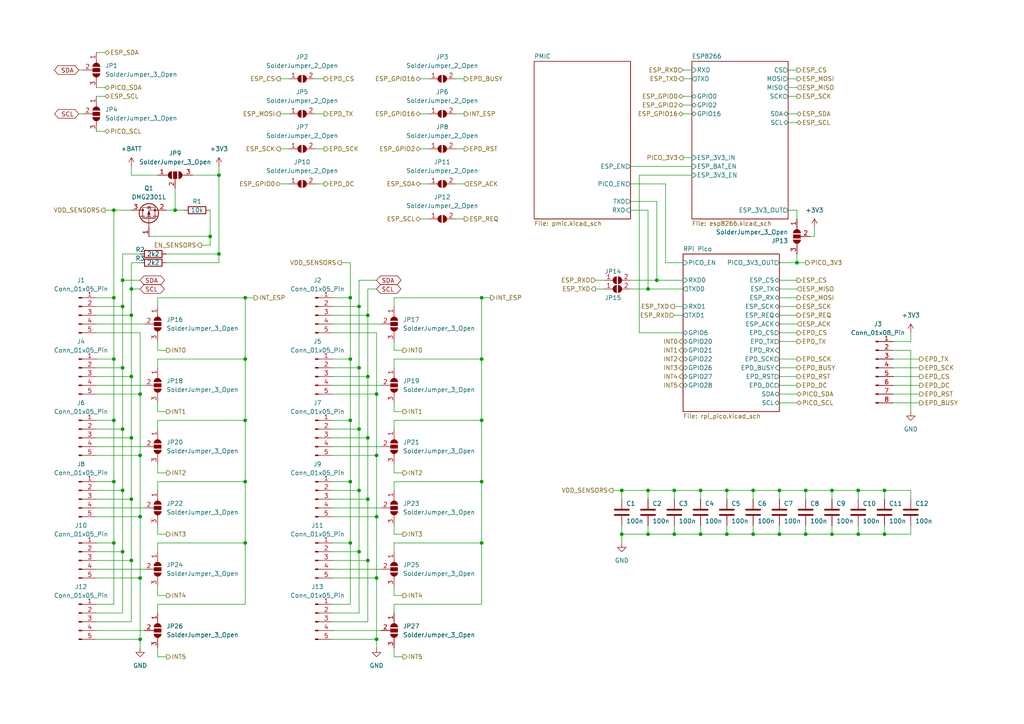
<source format=kicad_sch>
(kicad_sch (version 20230121) (generator eeschema)
  (paper "A4")
  (title_block (title "FTDI debug probe") (date "2023-07-19"))
  (lib_symbols
    (symbol "Connector:Conn_01x05_Pin" (pin_names (offset 1.016) hide)
      (property "Reference" "J" (at 0 7.62 0))
      (property "Value" "Conn_01x05_Pin" (at 0 -7.62 0))
      (symbol "Conn_01x05_Pin_1_1"
        (pin passive line (at 5.08 5.08 180) (length 3.81) (name "Pin_1") (number "1"))
        (pin passive line (at 5.08 2.54 180) (length 3.81) (name "Pin_2") (number "2"))
        (pin passive line (at 5.08 0 180) (length 3.81) (name "Pin_3") (number "3"))
        (pin passive line (at 5.08 -2.54 180) (length 3.81) (name "Pin_4") (number "4"))
        (pin passive line (at 5.08 -5.08 180) (length 3.81) (name "Pin_5") (number "5"))
      )
    )
    (symbol "Connector:Conn_01x08_Pin" (pin_names (offset 1.016) hide)
      (property "Reference" "J" (at 0 10.16 0))
      (property "Value" "Conn_01x08_Pin" (at 0 -12.7 0))
      (symbol "Conn_01x08_Pin_1_1"
        (pin passive line (at 5.08 7.62 180) (length 3.81) (name "Pin_1") (number "1"))
        (pin passive line (at 5.08 5.08 180) (length 3.81) (name "Pin_2") (number "2"))
        (pin passive line (at 5.08 2.54 180) (length 3.81) (name "Pin_3") (number "3"))
        (pin passive line (at 5.08 0 180) (length 3.81) (name "Pin_4") (number "4"))
        (pin passive line (at 5.08 -2.54 180) (length 3.81) (name "Pin_5") (number "5"))
        (pin passive line (at 5.08 -5.08 180) (length 3.81) (name "Pin_6") (number "6"))
        (pin passive line (at 5.08 -7.62 180) (length 3.81) (name "Pin_7") (number "7"))
        (pin passive line (at 5.08 -10.16 180) (length 3.81) (name "Pin_8") (number "8"))
      )
    )
    (symbol "Device:C" (pin_numbers hide) (pin_names (offset 0.254))
      (property "Reference" "C" (at 0.635 2.54 0))
      (property "Value" "C" (at 0.635 -2.54 0))
      (symbol "C_1_1"
        (pin passive line (at 0 3.81 270) (length 2.794) (name "~") (number "1"))
        (pin passive line (at 0 -3.81 90) (length 2.794) (name "~") (number "2"))
      )
    )
    (symbol "Device:R" (pin_numbers hide) (pin_names (offset 0))
      (property "Reference" "R" (at 2.032 0 90))
      (property "Value" "R" (at 0 0 90))
      (symbol "R_1_1"
        (pin passive line (at 0 3.81 270) (length 1.27) (name "~") (number "1"))
        (pin passive line (at 0 -3.81 90) (length 1.27) (name "~") (number "2"))
      )
    )
    (symbol "Jumper:SolderJumper_2_Open" (pin_names (offset 0) hide)
      (property "Reference" "JP" (at 0 2.032 0))
      (property "Value" "SolderJumper_2_Open" (at 0 -2.54 0))
      (symbol "SolderJumper_2_Open_1_1"
        (pin passive line (at -3.81 0 0) (length 2.54) (name "A") (number "1"))
        (pin passive line (at 3.81 0 180) (length 2.54) (name "B") (number "2"))
      )
    )
    (symbol "Jumper:SolderJumper_3_Open" (pin_names (offset 0) hide)
      (property "Reference" "JP" (at -2.54 -2.54 0))
      (property "Value" "SolderJumper_3_Open" (at 0 2.794 0))
      (symbol "SolderJumper_3_Open_1_1"
        (pin passive line (at -5.08 0 0) (length 2.54) (name "A") (number "1"))
        (pin passive line (at 0 -3.81 90) (length 2.54) (name "C") (number "2"))
        (pin passive line (at 5.08 0 180) (length 2.54) (name "B") (number "3"))
      )
    )
    (symbol "Transistor_FET:DMG2301L" (pin_names hide)
      (property "Reference" "Q" (at 5.08 1.905 0))
      (property "Value" "DMG2301L" (at 5.08 0 0))
      (symbol "DMG2301L_1_1"
        (pin input line (at -5.08 0 0) (length 2.54) (name "G") (number "1"))
        (pin passive line (at 2.54 -5.08 90) (length 2.54) (name "S") (number "2"))
        (pin passive line (at 2.54 5.08 270) (length 2.54) (name "D") (number "3"))
      )
    )
    (symbol "power:+3V3" (power) (pin_names (offset 0))
      (property "Value" "+3V3" (at 0 3.556 0))
      (symbol "+3V3_1_1"
        (pin power_in line (at 0 0 90) (length 0) hide (name "+3V3") (number "1"))
      )
    )
    (symbol "power:+BATT" (power) (pin_names (offset 0))
      (property "Value" "+BATT" (at 0 3.556 0))
      (symbol "+BATT_1_1"
        (pin power_in line (at 0 0 90) (length 0) hide (name "+BATT") (number "1"))
      )
    )
    (symbol "power:GND" (power) (pin_names (offset 0))
      (property "Value" "GND" (at 0 -3.81 0))
      (symbol "GND_1_1"
        (pin power_in line (at 0 0 270) (length 0) hide (name "GND") (number "1"))
      )
    )
  )
  (junction (at 218.44 154.94))
  (junction (at 256.54 142.24))
  (junction (at 109.22 149.86))
  (junction (at 63.5 50.8))
  (junction (at 101.6 121.92))
  (junction (at 40.64 132.08))
  (junction (at 210.82 154.94))
  (junction (at 35.56 124.46))
  (junction (at 226.06 154.94))
  (junction (at 190.5 81.28))
  (junction (at 203.2 142.24))
  (junction (at 104.14 106.68))
  (junction (at 71.12 86.36))
  (junction (at 231.14 76.2))
  (junction (at 203.2 154.94))
  (junction (at 109.22 114.3))
  (junction (at 40.64 185.42))
  (junction (at 139.7 157.48))
  (junction (at 106.68 91.44))
  (junction (at 104.14 160.02))
  (junction (at 63.5 73.66))
  (junction (at 71.12 157.48))
  (junction (at 71.12 104.14))
  (junction (at 33.02 60.96))
  (junction (at 106.68 144.78))
  (junction (at 104.14 124.46))
  (junction (at 38.1 127))
  (junction (at 101.6 157.48))
  (junction (at 35.56 160.02))
  (junction (at 71.12 139.7))
  (junction (at 50.8 60.96))
  (junction (at 109.22 167.64))
  (junction (at 187.96 154.94))
  (junction (at 71.12 121.92))
  (junction (at 106.68 162.56))
  (junction (at 187.96 142.24))
  (junction (at 139.7 139.7))
  (junction (at 139.7 104.14))
  (junction (at 35.56 142.24))
  (junction (at 248.92 142.24))
  (junction (at 195.58 142.24))
  (junction (at 104.14 142.24))
  (junction (at 233.68 154.94))
  (junction (at 241.3 142.24))
  (junction (at 33.02 121.92))
  (junction (at 35.56 106.68))
  (junction (at 109.22 185.42))
  (junction (at 101.6 139.7))
  (junction (at 40.64 149.86))
  (junction (at 106.68 109.22))
  (junction (at 38.1 91.44))
  (junction (at 38.1 144.78))
  (junction (at 35.56 88.9))
  (junction (at 40.64 167.64))
  (junction (at 226.06 142.24))
  (junction (at 233.68 142.24))
  (junction (at 180.34 154.94))
  (junction (at 218.44 142.24))
  (junction (at 187.96 83.82))
  (junction (at 139.7 86.36))
  (junction (at 60.96 68.58))
  (junction (at 33.02 86.36))
  (junction (at 38.1 83.82))
  (junction (at 40.64 114.3))
  (junction (at 38.1 109.22))
  (junction (at 256.54 154.94))
  (junction (at 210.82 142.24))
  (junction (at 38.1 162.56))
  (junction (at 101.6 86.36))
  (junction (at 106.68 127))
  (junction (at 109.22 132.08))
  (junction (at 101.6 104.14))
  (junction (at 139.7 121.92))
  (junction (at 35.56 81.28))
  (junction (at 248.92 154.94))
  (junction (at 33.02 157.48))
  (junction (at 33.02 104.14))
  (junction (at 180.34 142.24))
  (junction (at 104.14 88.9))
  (junction (at 195.58 154.94))
  (junction (at 33.02 139.7))
  (junction (at 241.3 154.94))
  (wire (pts (xy 185.42 50.8) (xy 200.66 50.8)))
  (wire (pts (xy 256.54 152.4) (xy 256.54 154.94)))
  (wire (pts (xy 27.94 111.76) (xy 41.91 111.76)))
  (wire (pts (xy 203.2 152.4) (xy 203.2 154.94)))
  (wire (pts (xy 116.84 172.72) (xy 114.3 172.72)))
  (wire (pts (xy 104.14 142.24) (xy 104.14 160.02)))
  (wire (pts (xy 33.02 104.14) (xy 33.02 121.92)))
  (wire (pts (xy 187.96 154.94) (xy 195.58 154.94)))
  (wire (pts (xy 48.26 137.16) (xy 45.72 137.16)))
  (wire (pts (xy 33.02 121.92) (xy 33.02 139.7)))
  (wire (pts (xy 96.52 127) (xy 106.68 127)))
  (wire (pts (xy 48.26 119.38) (xy 45.72 119.38)))
  (wire (pts (xy 259.08 106.68) (xy 266.7 106.68)))
  (wire (pts (xy 27.94 182.88) (xy 41.91 182.88)))
  (wire (pts (xy 259.08 114.3) (xy 266.7 114.3)))
  (wire (pts (xy 132.08 63.5) (xy 134.62 63.5)))
  (wire (pts (xy 193.04 53.34) (xy 193.04 76.2)))
  (wire (pts (xy 264.16 142.24) (xy 264.16 144.78)))
  (wire (pts (xy 45.72 50.8) (xy 38.1 50.8)))
  (wire (pts (xy 182.88 83.82) (xy 187.96 83.82)))
  (wire (pts (xy 114.3 137.16) (xy 114.3 134.62)))
  (wire (pts (xy 203.2 142.24) (xy 203.2 144.78)))
  (wire (pts (xy 35.56 88.9) (xy 35.56 106.68)))
  (wire (pts (xy 96.52 149.86) (xy 109.22 149.86)))
  (wire (pts (xy 104.14 160.02) (xy 104.14 177.8)))
  (wire (pts (xy 226.06 104.14) (xy 231.14 104.14)))
  (wire (pts (xy 104.14 177.8) (xy 96.52 177.8)))
  (wire (pts (xy 218.44 152.4) (xy 218.44 154.94)))
  (wire (pts (xy 27.94 127) (xy 38.1 127)))
  (wire (pts (xy 228.6 33.02) (xy 231.14 33.02)))
  (wire (pts (xy 195.58 154.94) (xy 203.2 154.94)))
  (wire (pts (xy 226.06 93.98) (xy 231.14 93.98)))
  (wire (pts (xy 71.12 157.48) (xy 71.12 139.7)))
  (wire (pts (xy 45.72 190.5) (xy 45.72 187.96)))
  (wire (pts (xy 38.1 50.8) (xy 38.1 48.26)))
  (wire (pts (xy 40.64 185.42) (xy 40.64 187.96)))
  (wire (pts (xy 114.3 160.02) (xy 114.3 157.48)))
  (wire (pts (xy 259.08 109.22) (xy 266.7 109.22)))
  (wire (pts (xy 40.64 81.28) (xy 35.56 81.28)))
  (wire (pts (xy 22.86 20.32) (xy 24.13 20.32)))
  (wire (pts (xy 60.96 71.12) (xy 60.96 68.58)))
  (wire (pts (xy 195.58 88.9) (xy 198.12 88.9)))
  (wire (pts (xy 226.06 111.76) (xy 231.14 111.76)))
  (wire (pts (xy 27.94 93.98) (xy 41.91 93.98)))
  (wire (pts (xy 38.1 109.22) (xy 38.1 91.44)))
  (wire (pts (xy 96.52 114.3) (xy 109.22 114.3)))
  (wire (pts (xy 40.64 73.66) (xy 35.56 73.66)))
  (wire (pts (xy 96.52 162.56) (xy 106.68 162.56)))
  (wire (pts (xy 96.52 124.46) (xy 104.14 124.46)))
  (wire (pts (xy 106.68 162.56) (xy 106.68 144.78)))
  (wire (pts (xy 101.6 157.48) (xy 101.6 175.26)))
  (wire (pts (xy 96.52 121.92) (xy 101.6 121.92)))
  (wire (pts (xy 259.08 104.14) (xy 266.7 104.14)))
  (wire (pts (xy 96.52 139.7) (xy 101.6 139.7)))
  (wire (pts (xy 139.7 86.36) (xy 142.24 86.36)))
  (wire (pts (xy 248.92 152.4) (xy 248.92 154.94)))
  (wire (pts (xy 96.52 147.32) (xy 110.49 147.32)))
  (wire (pts (xy 203.2 154.94) (xy 210.82 154.94)))
  (wire (pts (xy 228.6 20.32) (xy 231.14 20.32)))
  (wire (pts (xy 109.22 81.28) (xy 104.14 81.28)))
  (wire (pts (xy 182.88 48.26) (xy 200.66 48.26)))
  (wire (pts (xy 231.14 73.66) (xy 231.14 76.2)))
  (wire (pts (xy 106.68 127) (xy 106.68 109.22)))
  (wire (pts (xy 190.5 81.28) (xy 198.12 81.28)))
  (wire (pts (xy 210.82 154.94) (xy 218.44 154.94)))
  (wire (pts (xy 121.92 43.18) (xy 124.46 43.18)))
  (wire (pts (xy 45.72 139.7) (xy 71.12 139.7)))
  (wire (pts (xy 198.12 30.48) (xy 200.66 30.48)))
  (wire (pts (xy 104.14 88.9) (xy 104.14 106.68)))
  (wire (pts (xy 182.88 58.42) (xy 190.5 58.42)))
  (wire (pts (xy 33.02 139.7) (xy 33.02 157.48)))
  (wire (pts (xy 27.94 109.22) (xy 38.1 109.22)))
  (wire (pts (xy 109.22 114.3) (xy 109.22 132.08)))
  (wire (pts (xy 256.54 154.94) (xy 264.16 154.94)))
  (wire (pts (xy 91.44 53.34) (xy 93.98 53.34)))
  (wire (pts (xy 99.06 76.2) (xy 101.6 76.2)))
  (wire (pts (xy 96.52 180.34) (xy 106.68 180.34)))
  (wire (pts (xy 248.92 154.94) (xy 256.54 154.94)))
  (wire (pts (xy 114.3 104.14) (xy 139.7 104.14)))
  (wire (pts (xy 248.92 142.24) (xy 256.54 142.24)))
  (wire (pts (xy 38.1 162.56) (xy 38.1 144.78)))
  (wire (pts (xy 116.84 154.94) (xy 114.3 154.94)))
  (wire (pts (xy 45.72 172.72) (xy 45.72 170.18)))
  (wire (pts (xy 30.48 60.96) (xy 33.02 60.96)))
  (wire (pts (xy 172.72 81.28) (xy 175.26 81.28)))
  (wire (pts (xy 226.06 76.2) (xy 231.14 76.2)))
  (wire (pts (xy 27.94 149.86) (xy 40.64 149.86)))
  (wire (pts (xy 203.2 142.24) (xy 210.82 142.24)))
  (wire (pts (xy 139.7 86.36) (xy 114.3 86.36)))
  (wire (pts (xy 114.3 119.38) (xy 114.3 116.84)))
  (wire (pts (xy 106.68 83.82) (xy 106.68 91.44)))
  (wire (pts (xy 104.14 81.28) (xy 104.14 88.9)))
  (wire (pts (xy 27.94 124.46) (xy 35.56 124.46)))
  (wire (pts (xy 139.7 139.7) (xy 139.7 121.92)))
  (wire (pts (xy 187.96 83.82) (xy 198.12 83.82)))
  (wire (pts (xy 226.06 96.52) (xy 231.14 96.52)))
  (wire (pts (xy 27.94 157.48) (xy 33.02 157.48)))
  (wire (pts (xy 116.84 137.16) (xy 114.3 137.16)))
  (wire (pts (xy 180.34 154.94) (xy 180.34 157.48)))
  (wire (pts (xy 114.3 86.36) (xy 114.3 88.9)))
  (wire (pts (xy 101.6 139.7) (xy 101.6 157.48)))
  (wire (pts (xy 121.92 63.5) (xy 124.46 63.5)))
  (wire (pts (xy 132.08 22.86) (xy 134.62 22.86)))
  (wire (pts (xy 93.98 33.02) (xy 91.44 33.02)))
  (wire (pts (xy 132.08 53.34) (xy 134.62 53.34)))
  (wire (pts (xy 114.3 139.7) (xy 139.7 139.7)))
  (wire (pts (xy 198.12 27.94) (xy 200.66 27.94)))
  (wire (pts (xy 226.06 91.44) (xy 231.14 91.44)))
  (wire (pts (xy 96.52 93.98) (xy 110.49 93.98)))
  (wire (pts (xy 27.94 144.78) (xy 38.1 144.78)))
  (wire (pts (xy 71.12 86.36) (xy 45.72 86.36)))
  (wire (pts (xy 48.26 154.94) (xy 45.72 154.94)))
  (wire (pts (xy 38.1 144.78) (xy 38.1 127)))
  (wire (pts (xy 182.88 53.34) (xy 193.04 53.34)))
  (wire (pts (xy 177.8 142.24) (xy 180.34 142.24)))
  (wire (pts (xy 182.88 60.96) (xy 187.96 60.96)))
  (wire (pts (xy 109.22 96.52) (xy 109.22 114.3)))
  (wire (pts (xy 226.06 86.36) (xy 231.14 86.36)))
  (wire (pts (xy 185.42 96.52) (xy 185.42 50.8)))
  (wire (pts (xy 27.94 104.14) (xy 33.02 104.14)))
  (wire (pts (xy 38.1 127) (xy 38.1 109.22)))
  (wire (pts (xy 187.96 60.96) (xy 187.96 83.82)))
  (wire (pts (xy 116.84 119.38) (xy 114.3 119.38)))
  (wire (pts (xy 114.3 157.48) (xy 139.7 157.48)))
  (wire (pts (xy 187.96 142.24) (xy 187.96 144.78)))
  (wire (pts (xy 71.12 121.92) (xy 71.12 104.14)))
  (wire (pts (xy 182.88 81.28) (xy 190.5 81.28)))
  (wire (pts (xy 96.52 111.76) (xy 110.49 111.76)))
  (wire (pts (xy 241.3 154.94) (xy 248.92 154.94)))
  (wire (pts (xy 231.14 63.5) (xy 231.14 60.96)))
  (wire (pts (xy 35.56 81.28) (xy 35.56 88.9)))
  (wire (pts (xy 264.16 152.4) (xy 264.16 154.94)))
  (wire (pts (xy 45.72 119.38) (xy 45.72 116.84)))
  (wire (pts (xy 218.44 142.24) (xy 226.06 142.24)))
  (wire (pts (xy 96.52 129.54) (xy 110.49 129.54)))
  (wire (pts (xy 228.6 25.4) (xy 231.14 25.4)))
  (wire (pts (xy 40.64 96.52) (xy 40.64 114.3)))
  (wire (pts (xy 236.22 66.04) (xy 236.22 68.58)))
  (wire (pts (xy 71.12 86.36) (xy 73.66 86.36)))
  (wire (pts (xy 109.22 167.64) (xy 109.22 185.42)))
  (wire (pts (xy 96.52 160.02) (xy 104.14 160.02)))
  (wire (pts (xy 35.56 73.66) (xy 35.56 81.28)))
  (wire (pts (xy 38.1 76.2) (xy 38.1 83.82)))
  (wire (pts (xy 96.52 104.14) (xy 101.6 104.14)))
  (wire (pts (xy 231.14 76.2) (xy 233.68 76.2)))
  (wire (pts (xy 63.5 73.66) (xy 63.5 50.8)))
  (wire (pts (xy 27.94 139.7) (xy 33.02 139.7)))
  (wire (pts (xy 101.6 76.2) (xy 101.6 86.36)))
  (wire (pts (xy 121.92 22.86) (xy 124.46 22.86)))
  (wire (pts (xy 81.28 22.86) (xy 83.82 22.86)))
  (wire (pts (xy 241.3 142.24) (xy 248.92 142.24)))
  (wire (pts (xy 104.14 106.68) (xy 104.14 124.46)))
  (wire (pts (xy 40.64 185.42) (xy 27.94 185.42)))
  (wire (pts (xy 33.02 60.96) (xy 33.02 86.36)))
  (wire (pts (xy 38.1 180.34) (xy 38.1 162.56)))
  (wire (pts (xy 35.56 177.8) (xy 27.94 177.8)))
  (wire (pts (xy 35.56 142.24) (xy 35.56 160.02)))
  (wire (pts (xy 96.52 165.1) (xy 110.49 165.1)))
  (wire (pts (xy 195.58 152.4) (xy 195.58 154.94)))
  (wire (pts (xy 180.34 142.24) (xy 180.34 144.78)))
  (wire (pts (xy 45.72 121.92) (xy 71.12 121.92)))
  (wire (pts (xy 48.26 73.66) (xy 63.5 73.66)))
  (wire (pts (xy 45.72 86.36) (xy 45.72 88.9)))
  (wire (pts (xy 43.18 68.58) (xy 60.96 68.58)))
  (wire (pts (xy 101.6 104.14) (xy 101.6 121.92)))
  (wire (pts (xy 48.26 190.5) (xy 45.72 190.5)))
  (wire (pts (xy 71.12 104.14) (xy 71.12 86.36)))
  (wire (pts (xy 109.22 185.42) (xy 96.52 185.42)))
  (wire (pts (xy 45.72 154.94) (xy 45.72 152.4)))
  (wire (pts (xy 114.3 154.94) (xy 114.3 152.4)))
  (wire (pts (xy 226.06 142.24) (xy 233.68 142.24)))
  (wire (pts (xy 121.92 33.02) (xy 124.46 33.02)))
  (wire (pts (xy 264.16 101.6) (xy 259.08 101.6)))
  (wire (pts (xy 81.28 43.18) (xy 83.82 43.18)))
  (wire (pts (xy 38.1 83.82) (xy 38.1 91.44)))
  (wire (pts (xy 93.98 22.86) (xy 91.44 22.86)))
  (wire (pts (xy 226.06 83.82) (xy 231.14 83.82)))
  (wire (pts (xy 55.88 50.8) (xy 63.5 50.8)))
  (wire (pts (xy 35.56 160.02) (xy 35.56 177.8)))
  (wire (pts (xy 226.06 88.9) (xy 231.14 88.9)))
  (wire (pts (xy 40.64 132.08) (xy 40.64 149.86)))
  (wire (pts (xy 27.94 106.68) (xy 35.56 106.68)))
  (wire (pts (xy 109.22 132.08) (xy 109.22 149.86)))
  (wire (pts (xy 27.94 132.08) (xy 40.64 132.08)))
  (wire (pts (xy 172.72 83.82) (xy 175.26 83.82)))
  (wire (pts (xy 114.3 124.46) (xy 114.3 121.92)))
  (wire (pts (xy 45.72 175.26) (xy 71.12 175.26)))
  (wire (pts (xy 210.82 142.24) (xy 210.82 144.78)))
  (wire (pts (xy 27.94 86.36) (xy 33.02 86.36)))
  (wire (pts (xy 195.58 142.24) (xy 203.2 142.24)))
  (wire (pts (xy 48.26 101.6) (xy 45.72 101.6)))
  (wire (pts (xy 180.34 142.24) (xy 187.96 142.24)))
  (wire (pts (xy 96.52 86.36) (xy 101.6 86.36)))
  (wire (pts (xy 45.72 124.46) (xy 45.72 121.92)))
  (wire (pts (xy 231.14 60.96) (xy 228.6 60.96)))
  (wire (pts (xy 27.94 121.92) (xy 33.02 121.92)))
  (wire (pts (xy 45.72 142.24) (xy 45.72 139.7)))
  (wire (pts (xy 226.06 114.3) (xy 231.14 114.3)))
  (wire (pts (xy 195.58 142.24) (xy 195.58 144.78)))
  (wire (pts (xy 139.7 104.14) (xy 139.7 86.36)))
  (wire (pts (xy 96.52 96.52) (xy 109.22 96.52)))
  (wire (pts (xy 114.3 175.26) (xy 139.7 175.26)))
  (wire (pts (xy 27.94 15.24) (xy 30.48 15.24)))
  (wire (pts (xy 210.82 142.24) (xy 218.44 142.24)))
  (wire (pts (xy 48.26 76.2) (xy 63.5 76.2)))
  (wire (pts (xy 71.12 139.7) (xy 71.12 121.92)))
  (wire (pts (xy 259.08 111.76) (xy 266.7 111.76)))
  (wire (pts (xy 40.64 167.64) (xy 40.64 185.42)))
  (wire (pts (xy 81.28 53.34) (xy 83.82 53.34)))
  (wire (pts (xy 114.3 142.24) (xy 114.3 139.7)))
  (wire (pts (xy 114.3 190.5) (xy 114.3 187.96)))
  (wire (pts (xy 106.68 180.34) (xy 106.68 162.56)))
  (wire (pts (xy 27.94 180.34) (xy 38.1 180.34)))
  (wire (pts (xy 198.12 45.72) (xy 200.66 45.72)))
  (wire (pts (xy 96.52 88.9) (xy 104.14 88.9)))
  (wire (pts (xy 233.68 142.24) (xy 241.3 142.24)))
  (wire (pts (xy 45.72 137.16) (xy 45.72 134.62)))
  (wire (pts (xy 114.3 101.6) (xy 114.3 99.06)))
  (wire (pts (xy 27.94 27.94) (xy 30.48 27.94)))
  (wire (pts (xy 63.5 76.2) (xy 63.5 73.66)))
  (wire (pts (xy 96.52 157.48) (xy 101.6 157.48)))
  (wire (pts (xy 195.58 91.44) (xy 198.12 91.44)))
  (wire (pts (xy 27.94 162.56) (xy 38.1 162.56)))
  (wire (pts (xy 226.06 99.06) (xy 231.14 99.06)))
  (wire (pts (xy 116.84 101.6) (xy 114.3 101.6)))
  (wire (pts (xy 50.8 60.96) (xy 53.34 60.96)))
  (wire (pts (xy 33.02 86.36) (xy 33.02 104.14)))
  (wire (pts (xy 96.52 132.08) (xy 109.22 132.08)))
  (wire (pts (xy 96.52 182.88) (xy 110.49 182.88)))
  (wire (pts (xy 114.3 177.8) (xy 114.3 175.26)))
  (wire (pts (xy 63.5 50.8) (xy 63.5 48.26)))
  (wire (pts (xy 35.56 124.46) (xy 35.56 142.24)))
  (wire (pts (xy 109.22 149.86) (xy 109.22 167.64)))
  (wire (pts (xy 218.44 142.24) (xy 218.44 144.78)))
  (wire (pts (xy 121.92 53.34) (xy 124.46 53.34)))
  (wire (pts (xy 27.94 142.24) (xy 35.56 142.24)))
  (wire (pts (xy 96.52 109.22) (xy 106.68 109.22)))
  (wire (pts (xy 180.34 152.4) (xy 180.34 154.94)))
  (wire (pts (xy 27.94 129.54) (xy 41.91 129.54)))
  (wire (pts (xy 259.08 116.84) (xy 266.7 116.84)))
  (wire (pts (xy 50.8 60.96) (xy 48.26 60.96)))
  (wire (pts (xy 114.3 172.72) (xy 114.3 170.18)))
  (wire (pts (xy 96.52 144.78) (xy 106.68 144.78)))
  (wire (pts (xy 218.44 154.94) (xy 226.06 154.94)))
  (wire (pts (xy 241.3 142.24) (xy 241.3 144.78)))
  (wire (pts (xy 71.12 175.26) (xy 71.12 157.48)))
  (wire (pts (xy 180.34 154.94) (xy 187.96 154.94)))
  (wire (pts (xy 27.94 167.64) (xy 40.64 167.64)))
  (wire (pts (xy 264.16 99.06) (xy 259.08 99.06)))
  (wire (pts (xy 96.52 167.64) (xy 109.22 167.64)))
  (wire (pts (xy 114.3 121.92) (xy 139.7 121.92)))
  (wire (pts (xy 139.7 175.26) (xy 139.7 157.48)))
  (wire (pts (xy 198.12 22.86) (xy 200.66 22.86)))
  (wire (pts (xy 241.3 152.4) (xy 241.3 154.94)))
  (wire (pts (xy 33.02 157.48) (xy 33.02 175.26)))
  (wire (pts (xy 40.64 149.86) (xy 40.64 167.64)))
  (wire (pts (xy 226.06 109.22) (xy 231.14 109.22)))
  (wire (pts (xy 45.72 104.14) (xy 71.12 104.14)))
  (wire (pts (xy 139.7 157.48) (xy 139.7 139.7)))
  (wire (pts (xy 96.52 106.68) (xy 104.14 106.68)))
  (wire (pts (xy 187.96 142.24) (xy 195.58 142.24)))
  (wire (pts (xy 226.06 154.94) (xy 233.68 154.94)))
  (wire (pts (xy 116.84 190.5) (xy 114.3 190.5)))
  (wire (pts (xy 193.04 76.2) (xy 198.12 76.2)))
  (wire (pts (xy 104.14 124.46) (xy 104.14 142.24)))
  (wire (pts (xy 139.7 121.92) (xy 139.7 104.14)))
  (wire (pts (xy 256.54 142.24) (xy 264.16 142.24)))
  (wire (pts (xy 35.56 106.68) (xy 35.56 124.46)))
  (wire (pts (xy 33.02 60.96) (xy 38.1 60.96)))
  (wire (pts (xy 226.06 81.28) (xy 231.14 81.28)))
  (wire (pts (xy 27.94 165.1) (xy 41.91 165.1)))
  (wire (pts (xy 45.72 177.8) (xy 45.72 175.26)))
  (wire (pts (xy 27.94 38.1) (xy 30.48 38.1)))
  (wire (pts (xy 226.06 142.24) (xy 226.06 144.78)))
  (wire (pts (xy 96.52 142.24) (xy 104.14 142.24)))
  (wire (pts (xy 45.72 101.6) (xy 45.72 99.06)))
  (wire (pts (xy 228.6 27.94) (xy 231.14 27.94)))
  (wire (pts (xy 60.96 60.96) (xy 60.96 68.58)))
  (wire (pts (xy 106.68 144.78) (xy 106.68 127)))
  (wire (pts (xy 101.6 121.92) (xy 101.6 139.7)))
  (wire (pts (xy 33.02 175.26) (xy 27.94 175.26)))
  (wire (pts (xy 91.44 43.18) (xy 93.98 43.18)))
  (wire (pts (xy 132.08 33.02) (xy 134.62 33.02)))
  (wire (pts (xy 256.54 142.24) (xy 256.54 144.78)))
  (wire (pts (xy 233.68 142.24) (xy 233.68 144.78)))
  (wire (pts (xy 27.94 96.52) (xy 40.64 96.52)))
  (wire (pts (xy 27.94 25.4) (xy 30.48 25.4)))
  (wire (pts (xy 226.06 152.4) (xy 226.06 154.94)))
  (wire (pts (xy 248.92 142.24) (xy 248.92 144.78)))
  (wire (pts (xy 45.72 160.02) (xy 45.72 157.48)))
  (wire (pts (xy 40.64 76.2) (xy 38.1 76.2)))
  (wire (pts (xy 114.3 106.68) (xy 114.3 104.14)))
  (wire (pts (xy 81.28 33.02) (xy 83.82 33.02)))
  (wire (pts (xy 132.08 43.18) (xy 134.62 43.18)))
  (wire (pts (xy 233.68 154.94) (xy 241.3 154.94)))
  (wire (pts (xy 198.12 33.02) (xy 200.66 33.02)))
  (wire (pts (xy 45.72 106.68) (xy 45.72 104.14)))
  (wire (pts (xy 22.86 33.02) (xy 24.13 33.02)))
  (wire (pts (xy 48.26 172.72) (xy 45.72 172.72)))
  (wire (pts (xy 228.6 22.86) (xy 231.14 22.86)))
  (wire (pts (xy 109.22 83.82) (xy 106.68 83.82)))
  (wire (pts (xy 38.1 91.44) (xy 27.94 91.44)))
  (wire (pts (xy 101.6 86.36) (xy 101.6 104.14)))
  (wire (pts (xy 210.82 152.4) (xy 210.82 154.94)))
  (wire (pts (xy 27.94 114.3) (xy 40.64 114.3)))
  (wire (pts (xy 27.94 88.9) (xy 35.56 88.9)))
  (wire (pts (xy 198.12 96.52) (xy 185.42 96.52)))
  (wire (pts (xy 27.94 160.02) (xy 35.56 160.02)))
  (wire (pts (xy 101.6 175.26) (xy 96.52 175.26)))
  (wire (pts (xy 27.94 147.32) (xy 41.91 147.32)))
  (wire (pts (xy 50.8 54.61) (xy 50.8 60.96)))
  (wire (pts (xy 226.06 106.68) (xy 231.14 106.68)))
  (wire (pts (xy 190.5 58.42) (xy 190.5 81.28)))
  (wire (pts (xy 198.12 20.32) (xy 200.66 20.32)))
  (wire (pts (xy 226.06 116.84) (xy 231.14 116.84)))
  (wire (pts (xy 233.68 152.4) (xy 233.68 154.94)))
  (wire (pts (xy 106.68 109.22) (xy 106.68 91.44)))
  (wire (pts (xy 58.42 71.12) (xy 60.96 71.12)))
  (wire (pts (xy 264.16 96.52) (xy 264.16 99.06)))
  (wire (pts (xy 106.68 91.44) (xy 96.52 91.44)))
  (wire (pts (xy 228.6 35.56) (xy 231.14 35.56)))
  (wire (pts (xy 40.64 114.3) (xy 40.64 132.08)))
  (wire (pts (xy 187.96 152.4) (xy 187.96 154.94)))
  (wire (pts (xy 45.72 157.48) (xy 71.12 157.48)))
  (wire (pts (xy 236.22 68.58) (xy 234.95 68.58)))
  (wire (pts (xy 264.16 119.38) (xy 264.16 101.6)))
  (wire (pts (xy 109.22 185.42) (xy 109.22 187.96)))
  (wire (pts (xy 40.64 83.82) (xy 38.1 83.82)))
  (global_label "SCL" (shape tri_state) (at 22.86 33.02 180) (property "Intersheetrefs" "${INTERSHEET_REFS}" (effects hide)))
  (global_label "SDA" (shape tri_state) (at 22.86 20.32 180) (property "Intersheetrefs" "${INTERSHEET_REFS}" (effects hide)))
  (global_label "SDA" (shape tri_state) (at 40.64 81.28 0) (property "Intersheetrefs" "${INTERSHEET_REFS}" (effects hide)))
  (global_label "SCL" (shape tri_state) (at 109.22 83.82 0) (property "Intersheetrefs" "${INTERSHEET_REFS}" (effects hide)))
  (global_label "SCL" (shape tri_state) (at 40.64 83.82 0) (property "Intersheetrefs" "${INTERSHEET_REFS}" (effects hide)))
  (global_label "SDA" (shape tri_state) (at 109.22 81.28 0) (property "Intersheetrefs" "${INTERSHEET_REFS}" (effects hide)))
  (hierarchical_label "EPD_BUSY" (shape output) (at 266.7 116.84 0))
  (hierarchical_label "EPD_DC" (shape output) (at 93.98 53.34 0))
  (hierarchical_label "PICO_SDA" (shape bidirectional) (at 30.48 25.4 0))
  (hierarchical_label "EN_SENSORS" (shape output) (at 58.42 71.12 180))
  (hierarchical_label "ESP_SCK" (shape output) (at 231.14 27.94 0))
  (hierarchical_label "EPD_RST" (shape output) (at 134.62 43.18 0))
  (hierarchical_label "EPD_RST" (shape output) (at 231.14 109.22 0))
  (hierarchical_label "INT4" (shape output) (at 48.26 172.72 0))
  (hierarchical_label "ESP_RXD" (shape input) (at 195.58 91.44 180))
  (hierarchical_label "ESP_MOSI" (shape output) (at 231.14 86.36 0))
  (hierarchical_label "ESP_GPIO2" (shape bidirectional) (at 121.92 43.18 180))
  (hierarchical_label "ESP_SCL" (shape bidirectional) (at 30.48 27.94 0))
  (hierarchical_label "INT_ESP" (shape output) (at 134.62 33.02 0))
  (hierarchical_label "ESP_SCK" (shape output) (at 81.28 43.18 180))
  (hierarchical_label "ESP_TXD" (shape output) (at 198.12 22.86 180))
  (hierarchical_label "INT5" (shape output) (at 48.26 190.5 0))
  (hierarchical_label "VDD_SENSORS" (shape output) (at 177.8 142.24 180))
  (hierarchical_label "PICO_3V3" (shape output) (at 198.12 45.72 180))
  (hierarchical_label "ESP_SCL" (shape bidirectional) (at 121.92 63.5 180))
  (hierarchical_label "INT2" (shape output) (at 198.12 104.14 180))
  (hierarchical_label "ESP_RXD" (shape input) (at 198.12 20.32 180))
  (hierarchical_label "PICO_3V3" (shape output) (at 233.68 76.2 0))
  (hierarchical_label "INT3" (shape output) (at 48.26 154.94 0))
  (hierarchical_label "INT3" (shape output) (at 116.84 154.94 0))
  (hierarchical_label "PICO_SCL" (shape bidirectional) (at 30.48 38.1 0))
  (hierarchical_label "INT1" (shape output) (at 48.26 119.38 0))
  (hierarchical_label "INT2" (shape output) (at 48.26 137.16 0))
  (hierarchical_label "EPD_BUSY" (shape output) (at 231.14 106.68 0))
  (hierarchical_label "PICO_SCL" (shape bidirectional) (at 231.14 116.84 0))
  (hierarchical_label "EPD_TX" (shape output) (at 266.7 104.14 0))
  (hierarchical_label "EPD_SCK" (shape output) (at 231.14 104.14 0))
  (hierarchical_label "INT0" (shape output) (at 48.26 101.6 0))
  (hierarchical_label "EPD_DC" (shape output) (at 231.14 111.76 0))
  (hierarchical_label "VDD_SENSORS" (shape output) (at 99.06 76.2 180))
  (hierarchical_label "ESP_MISO" (shape input) (at 231.14 25.4 0))
  (hierarchical_label "EPD_TX" (shape output) (at 231.14 99.06 0))
  (hierarchical_label "INT3" (shape output) (at 198.12 106.68 180))
  (hierarchical_label "PICO_SDA" (shape bidirectional) (at 231.14 114.3 0))
  (hierarchical_label "INT4" (shape output) (at 198.12 109.22 180))
  (hierarchical_label "ESP_SCK" (shape output) (at 231.14 88.9 0))
  (hierarchical_label "ESP_GPIO0" (shape bidirectional) (at 81.28 53.34 180))
  (hierarchical_label "EPD_TX" (shape output) (at 93.98 33.02 0))
  (hierarchical_label "EPD_SCK" (shape output) (at 266.7 106.68 0))
  (hierarchical_label "ESP_GPIO16" (shape bidirectional) (at 121.92 33.02 180))
  (hierarchical_label "ESP_MISO" (shape input) (at 231.14 83.82 0))
  (hierarchical_label "INT5" (shape output) (at 198.12 111.76 180))
  (hierarchical_label "EPD_SCK" (shape output) (at 93.98 43.18 0))
  (hierarchical_label "EPD_DC" (shape output) (at 266.7 111.76 0))
  (hierarchical_label "ESP_GPIO2" (shape bidirectional) (at 198.12 30.48 180))
  (hierarchical_label "ESP_SDA" (shape bidirectional) (at 30.48 15.24 0))
  (hierarchical_label "ESP_REQ" (shape output) (at 231.14 91.44 0))
  (hierarchical_label "INT_ESP" (shape output) (at 73.66 86.36 0))
  (hierarchical_label "EPD_RST" (shape output) (at 266.7 114.3 0))
  (hierarchical_label "INT2" (shape output) (at 116.84 137.16 0))
  (hierarchical_label "INT4" (shape output) (at 116.84 172.72 0))
  (hierarchical_label "EPD_CS" (shape output) (at 231.14 96.52 0))
  (hierarchical_label "EPD_CS" (shape output) (at 93.98 22.86 0))
  (hierarchical_label "ESP_SDA" (shape bidirectional) (at 121.92 53.34 180))
  (hierarchical_label "ESP_CS" (shape output) (at 81.28 22.86 180))
  (hierarchical_label "ESP_SCL" (shape bidirectional) (at 231.14 35.56 0))
  (hierarchical_label "INT0" (shape output) (at 198.12 99.06 180))
  (hierarchical_label "ESP_GPIO16" (shape bidirectional) (at 198.12 33.02 180))
  (hierarchical_label "ESP_CS" (shape output) (at 231.14 81.28 0))
  (hierarchical_label "VDD_SENSORS" (shape output) (at 30.48 60.96 180))
  (hierarchical_label "ESP_GPIO16" (shape bidirectional) (at 121.92 22.86 180))
  (hierarchical_label "EPD_BUSY" (shape output) (at 134.62 22.86 0))
  (hierarchical_label "ESP_REQ" (shape output) (at 134.62 63.5 0))
  (hierarchical_label "ESP_GPIO0" (shape bidirectional) (at 198.12 27.94 180))
  (hierarchical_label "INT1" (shape output) (at 116.84 119.38 0))
  (hierarchical_label "EPD_CS" (shape output) (at 266.7 109.22 0))
  (hierarchical_label "ESP_TXD" (shape output) (at 172.72 83.82 180))
  (hierarchical_label "ESP_ACK" (shape input) (at 134.62 53.34 0))
  (hierarchical_label "ESP_TXD" (shape output) (at 195.58 88.9 180))
  (hierarchical_label "INT_ESP" (shape output) (at 142.24 86.36 0))
  (hierarchical_label "ESP_MOSI" (shape output) (at 81.28 33.02 180))
  (hierarchical_label "ESP_SDA" (shape bidirectional) (at 231.14 33.02 0))
  (hierarchical_label "ESP_RXD" (shape input) (at 172.72 81.28 180))
  (hierarchical_label "INT0" (shape output) (at 116.84 101.6 0))
  (hierarchical_label "ESP_MOSI" (shape output) (at 231.14 22.86 0))
  (hierarchical_label "INT5" (shape output) (at 116.84 190.5 0))
  (hierarchical_label "ESP_CS" (shape output) (at 231.14 20.32 0))
  (hierarchical_label "INT1" (shape output) (at 198.12 101.6 180))
  (hierarchical_label "ESP_ACK" (shape input) (at 231.14 93.98 0))
  (symbol (lib_id "Jumper:SolderJumper_3_Open") (at 27.94 20.32 270) (unit 1)
    (property "Reference" "JP1" (at 30.48 19.05 90) (effects (justify left)))
    (property "Value" "SolderJumper_3_Open" (at 30.48 21.59 90) (effects (justify left)))
    (property "Footprint" "Jumper:SolderJumper-3_P1.3mm_Open_RoundedPad1.0x1.5mm" (effects hide))
  )
  (symbol (lib_id "power:+3V3") (at 264.16 96.52 0) (unit 1)
    (property "Reference" "#PWR04" (effects hide))
    (property "Value" "+3V3" (at 264.16 91.44 0))
  )
  (symbol (lib_id "power:GND") (at 109.22 187.96 0) (unit 1)
    (property "Reference" "#PWR08" (effects hide))
    (property "Value" "GND" (at 109.22 193.04 0))
  )
  (symbol (lib_id "Device:C") (at 256.54 148.59 0) (unit 1)
    (property "Reference" "C11" (at 257.81 146.05 0) (effects (justify left)))
    (property "Value" "100n" (at 257.81 151.13 0) (effects (justify left)))
    (property "Footprint" "Capacitor_SMD:C_0402_1005Metric_Pad0.74x0.62mm_HandSolder" (effects hide))
  )
  (symbol (lib_id "Jumper:SolderJumper_2_Open") (at 128.27 63.5 0) (unit 1)
    (property "Reference" "JP12" (at 128.27 57.15 0))
    (property "Value" "SolderJumper_2_Open" (at 128.27 59.69 0))
    (property "Footprint" "Jumper:SolderJumper-2_P1.3mm_Open_RoundedPad1.0x1.5mm" (effects hide))
  )
  (symbol (lib_id "Device:C") (at 264.16 148.59 0) (unit 1)
    (property "Reference" "C12" (at 265.43 146.05 0) (effects (justify left)))
    (property "Value" "100n" (at 265.43 151.13 0) (effects (justify left)))
    (property "Footprint" "Capacitor_SMD:C_0402_1005Metric_Pad0.74x0.62mm_HandSolder" (effects hide))
  )
  (symbol (lib_id "Connector:Conn_01x05_Pin") (at 22.86 162.56 0) (unit 1)
    (property "Reference" "J10" (at 23.495 152.4 0))
    (property "Value" "Conn_01x05_Pin" (at 23.495 154.94 0))
    (property "Footprint" "Connector_PinHeader_2.54mm:PinHeader_1x05_P2.54mm_Vertical" (effects hide))
  )
  (symbol (lib_id "Connector:Conn_01x05_Pin") (at 91.44 162.56 0) (unit 1)
    (property "Reference" "J11" (at 92.075 152.4 0))
    (property "Value" "Conn_01x05_Pin" (at 92.075 154.94 0))
    (property "Footprint" "Connector_PinHeader_2.54mm:PinHeader_1x05_P2.54mm_Vertical" (effects hide))
  )
  (symbol (lib_id "Device:C") (at 180.34 148.59 0) (unit 1)
    (property "Reference" "C1" (at 181.61 146.05 0) (effects (justify left)))
    (property "Value" "100n" (at 181.61 151.13 0) (effects (justify left)))
    (property "Footprint" "Capacitor_SMD:C_0402_1005Metric_Pad0.74x0.62mm_HandSolder" (effects hide))
  )
  (symbol (lib_id "Device:R") (at 44.45 76.2 90) (unit 1)
    (property "Reference" "R3" (at 40.64 74.93 90))
    (property "Value" "2k2" (at 44.45 76.2 90))
    (property "Footprint" "Resistor_SMD:R_0402_1005Metric_Pad0.72x0.64mm_HandSolder" (effects hide))
  )
  (symbol (lib_id "power:+3V3") (at 236.22 66.04 0) (unit 1)
    (property "Reference" "#PWR03" (effects hide))
    (property "Value" "+3V3" (at 236.22 60.96 0))
  )
  (symbol (lib_id "power:GND") (at 264.16 119.38 0) (unit 1)
    (property "Reference" "#PWR05" (effects hide))
    (property "Value" "GND" (at 264.16 124.46 0))
  )
  (symbol (lib_id "Jumper:SolderJumper_3_Open") (at 114.3 129.54 270) (unit 1)
    (property "Reference" "JP21" (at 116.84 128.27 90) (effects (justify left)))
    (property "Value" "SolderJumper_3_Open" (at 116.84 130.81 90) (effects (justify left)))
    (property "Footprint" "Jumper:SolderJumper-3_P1.3mm_Open_RoundedPad1.0x1.5mm" (effects hide))
  )
  (symbol (lib_id "Jumper:SolderJumper_3_Open") (at 45.72 129.54 270) (unit 1)
    (property "Reference" "JP20" (at 48.26 128.27 90) (effects (justify left)))
    (property "Value" "SolderJumper_3_Open" (at 48.26 130.81 90) (effects (justify left)))
    (property "Footprint" "Jumper:SolderJumper-3_P1.3mm_Open_RoundedPad1.0x1.5mm" (effects hide))
  )
  (symbol (lib_id "Device:C") (at 248.92 148.59 0) (unit 1)
    (property "Reference" "C10" (at 250.19 146.05 0) (effects (justify left)))
    (property "Value" "100n" (at 250.19 151.13 0) (effects (justify left)))
    (property "Footprint" "Capacitor_SMD:C_0402_1005Metric_Pad0.74x0.62mm_HandSolder" (effects hide))
  )
  (symbol (lib_id "Jumper:SolderJumper_2_Open") (at 87.63 43.18 0) (unit 1)
    (property "Reference" "JP7" (at 87.63 36.83 0))
    (property "Value" "SolderJumper_2_Open" (at 87.63 39.37 0))
    (property "Footprint" "Jumper:SolderJumper-2_P1.3mm_Open_RoundedPad1.0x1.5mm" (effects hide))
  )
  (symbol (lib_id "Jumper:SolderJumper_2_Open") (at 128.27 33.02 0) (unit 1)
    (property "Reference" "JP6" (at 128.27 26.67 0))
    (property "Value" "SolderJumper_2_Open" (at 128.27 29.21 0))
    (property "Footprint" "Jumper:SolderJumper-2_P1.3mm_Open_RoundedPad1.0x1.5mm" (effects hide))
  )
  (symbol (lib_id "Jumper:SolderJumper_3_Open") (at 114.3 147.32 270) (unit 1)
    (property "Reference" "JP23" (at 116.84 146.05 90) (effects (justify left)))
    (property "Value" "SolderJumper_3_Open" (at 116.84 148.59 90) (effects (justify left)))
    (property "Footprint" "Jumper:SolderJumper-3_P1.3mm_Open_RoundedPad1.0x1.5mm" (effects hide))
  )
  (symbol (lib_id "Connector:Conn_01x05_Pin") (at 91.44 127 0) (unit 1)
    (property "Reference" "J7" (at 92.075 116.84 0))
    (property "Value" "Conn_01x05_Pin" (at 92.075 119.38 0))
    (property "Footprint" "Connector_PinHeader_2.54mm:PinHeader_1x05_P2.54mm_Vertical" (effects hide))
  )
  (symbol (lib_id "Connector:Conn_01x05_Pin") (at 91.44 180.34 0) (unit 1)
    (property "Reference" "J13" (at 92.075 170.18 0))
    (property "Value" "Conn_01x05_Pin" (at 92.075 172.72 0))
    (property "Footprint" "Connector_PinHeader_2.54mm:PinHeader_1x05_P2.54mm_Vertical" (effects hide))
  )
  (symbol (lib_id "Device:R") (at 57.15 60.96 90) (unit 1)
    (property "Reference" "R1" (at 57.15 58.42 90))
    (property "Value" "10k" (at 57.15 60.96 90))
    (property "Footprint" "Resistor_SMD:R_0402_1005Metric_Pad0.72x0.64mm_HandSolder" (effects hide))
  )
  (symbol (lib_id "Connector:Conn_01x05_Pin") (at 91.44 144.78 0) (unit 1)
    (property "Reference" "J9" (at 92.075 134.62 0))
    (property "Value" "Conn_01x05_Pin" (at 92.075 137.16 0))
    (property "Footprint" "Connector_PinHeader_2.54mm:PinHeader_1x05_P2.54mm_Vertical" (effects hide))
  )
  (symbol (lib_id "Jumper:SolderJumper_2_Open") (at 87.63 53.34 0) (unit 1)
    (property "Reference" "JP10" (at 87.63 46.99 0))
    (property "Value" "SolderJumper_2_Open" (at 87.63 49.53 0))
    (property "Footprint" "Jumper:SolderJumper-2_P1.3mm_Open_RoundedPad1.0x1.5mm" (effects hide))
  )
  (symbol (lib_id "Device:C") (at 195.58 148.59 0) (unit 1)
    (property "Reference" "C3" (at 196.85 146.05 0) (effects (justify left)))
    (property "Value" "100n" (at 196.85 151.13 0) (effects (justify left)))
    (property "Footprint" "Capacitor_SMD:C_0402_1005Metric_Pad0.74x0.62mm_HandSolder" (effects hide))
  )
  (symbol (lib_id "Jumper:SolderJumper_3_Open") (at 114.3 111.76 270) (unit 1)
    (property "Reference" "JP19" (at 116.84 110.49 90) (effects (justify left)))
    (property "Value" "SolderJumper_3_Open" (at 116.84 113.03 90) (effects (justify left)))
    (property "Footprint" "Jumper:SolderJumper-3_P1.3mm_Open_RoundedPad1.0x1.5mm" (effects hide))
  )
  (symbol (lib_id "Jumper:SolderJumper_2_Open") (at 128.27 53.34 0) (unit 1)
    (property "Reference" "JP11" (at 128.27 46.99 0))
    (property "Value" "SolderJumper_2_Open" (at 128.27 49.53 0))
    (property "Footprint" "Jumper:SolderJumper-2_P1.3mm_Open_RoundedPad1.0x1.5mm" (effects hide))
  )
  (symbol (lib_id "Connector:Conn_01x05_Pin") (at 22.86 180.34 0) (unit 1)
    (property "Reference" "J12" (at 23.495 170.18 0))
    (property "Value" "Conn_01x05_Pin" (at 23.495 172.72 0))
    (property "Footprint" "Connector_PinHeader_2.54mm:PinHeader_1x05_P2.54mm_Vertical" (effects hide))
  )
  (symbol (lib_id "Jumper:SolderJumper_3_Open") (at 50.8 50.8 0) (unit 1)
    (property "Reference" "JP9" (at 50.8 44.45 0))
    (property "Value" "SolderJumper_3_Open" (at 50.8 46.99 0))
    (property "Footprint" "Jumper:SolderJumper-3_P1.3mm_Open_RoundedPad1.0x1.5mm" (effects hide))
  )
  (symbol (lib_id "Jumper:SolderJumper_2_Open") (at 179.07 81.28 0) (unit 1)
    (property "Reference" "JP14" (at 177.8 78.74 0))
    (property "Value" "SolderJumper_2_Open" (effects hide))
    (property "Footprint" "Jumper:SolderJumper-2_P1.3mm_Open_RoundedPad1.0x1.5mm" (effects hide))
  )
  (symbol (lib_id "power:GND") (at 180.34 157.48 0) (unit 1)
    (property "Reference" "#PWR06" (effects hide))
    (property "Value" "GND" (at 180.34 162.56 0))
  )
  (symbol (lib_id "Connector:Conn_01x05_Pin") (at 22.86 144.78 0) (unit 1)
    (property "Reference" "J8" (at 23.495 134.62 0))
    (property "Value" "Conn_01x05_Pin" (at 23.495 137.16 0))
    (property "Footprint" "Connector_PinHeader_2.54mm:PinHeader_1x05_P2.54mm_Vertical" (effects hide))
  )
  (symbol (lib_id "Jumper:SolderJumper_2_Open") (at 87.63 33.02 0) (unit 1)
    (property "Reference" "JP5" (at 87.63 26.67 0))
    (property "Value" "SolderJumper_2_Open" (at 87.63 29.21 0))
    (property "Footprint" "Jumper:SolderJumper-2_P1.3mm_Open_RoundedPad1.0x1.5mm" (effects hide))
  )
  (symbol (lib_id "Connector:Conn_01x05_Pin") (at 22.86 127 0) (unit 1)
    (property "Reference" "J6" (at 23.495 116.84 0))
    (property "Value" "Conn_01x05_Pin" (at 23.495 119.38 0))
    (property "Footprint" "Connector_PinHeader_2.54mm:PinHeader_1x05_P2.54mm_Vertical" (effects hide))
  )
  (symbol (lib_id "Jumper:SolderJumper_3_Open") (at 27.94 33.02 270) (unit 1)
    (property "Reference" "JP4" (at 30.48 31.75 90) (effects (justify left)))
    (property "Value" "SolderJumper_3_Open" (at 30.48 34.29 90) (effects (justify left)))
    (property "Footprint" "Jumper:SolderJumper-3_P1.3mm_Open_RoundedPad1.0x1.5mm" (effects hide))
  )
  (symbol (lib_id "Connector:Conn_01x05_Pin") (at 22.86 109.22 0) (unit 1)
    (property "Reference" "J4" (at 23.495 99.06 0))
    (property "Value" "Conn_01x05_Pin" (at 23.495 101.6 0))
    (property "Footprint" "Connector_PinHeader_2.54mm:PinHeader_1x05_P2.54mm_Vertical" (effects hide))
  )
  (symbol (lib_id "Device:C") (at 218.44 148.59 0) (unit 1)
    (property "Reference" "C6" (at 219.71 146.05 0) (effects (justify left)))
    (property "Value" "100n" (at 219.71 151.13 0) (effects (justify left)))
    (property "Footprint" "Capacitor_SMD:C_0402_1005Metric_Pad0.74x0.62mm_HandSolder" (effects hide))
  )
  (symbol (lib_id "Transistor_FET:DMG2301L") (at 43.18 63.5 90) (unit 1)
    (property "Reference" "Q1" (at 43.18 54.61 90))
    (property "Value" "DMG2301L" (at 43.18 57.15 90))
    (property "Footprint" "Package_TO_SOT_SMD:SOT-23" (effects hide))
    (property "Datasheet" "https://www.diodes.com/assets/Datasheets/DMG2301L.pdf" (effects hide))
  )
  (symbol (lib_id "Device:C") (at 226.06 148.59 0) (unit 1)
    (property "Reference" "C7" (at 227.33 146.05 0) (effects (justify left)))
    (property "Value" "100n" (at 227.33 151.13 0) (effects (justify left)))
    (property "Footprint" "Capacitor_SMD:C_0402_1005Metric_Pad0.74x0.62mm_HandSolder" (effects hide))
  )
  (symbol (lib_id "Connector:Conn_01x05_Pin") (at 91.44 109.22 0) (unit 1)
    (property "Reference" "J5" (at 92.075 99.06 0))
    (property "Value" "Conn_01x05_Pin" (at 92.075 101.6 0))
    (property "Footprint" "Connector_PinHeader_2.54mm:PinHeader_1x05_P2.54mm_Vertical" (effects hide))
  )
  (symbol (lib_id "Jumper:SolderJumper_3_Open") (at 45.72 165.1 270) (unit 1)
    (property "Reference" "JP24" (at 48.26 163.83 90) (effects (justify left)))
    (property "Value" "SolderJumper_3_Open" (at 48.26 166.37 90) (effects (justify left)))
    (property "Footprint" "Jumper:SolderJumper-3_P1.3mm_Open_RoundedPad1.0x1.5mm" (effects hide))
  )
  (symbol (lib_id "Jumper:SolderJumper_2_Open") (at 87.63 22.86 0) (unit 1)
    (property "Reference" "JP2" (at 87.63 16.51 0))
    (property "Value" "SolderJumper_2_Open" (at 87.63 19.05 0))
    (property "Footprint" "Jumper:SolderJumper-2_P1.3mm_Open_RoundedPad1.0x1.5mm" (effects hide))
  )
  (symbol (lib_id "Connector:Conn_01x05_Pin") (at 22.86 91.44 0) (unit 1)
    (property "Reference" "J1" (at 23.495 81.28 0))
    (property "Value" "Conn_01x05_Pin" (at 23.495 83.82 0))
    (property "Footprint" "Connector_PinHeader_2.54mm:PinHeader_1x05_P2.54mm_Vertical" (effects hide))
  )
  (symbol (lib_id "Jumper:SolderJumper_3_Open") (at 114.3 182.88 270) (unit 1)
    (property "Reference" "JP27" (at 116.84 181.61 90) (effects (justify left)))
    (property "Value" "SolderJumper_3_Open" (at 116.84 184.15 90) (effects (justify left)))
    (property "Footprint" "Jumper:SolderJumper-3_P1.3mm_Open_RoundedPad1.0x1.5mm" (effects hide))
  )
  (symbol (lib_id "power:+BATT") (at 38.1 48.26 0) (unit 1)
    (property "Reference" "#PWR01" (effects hide))
    (property "Value" "+BATT" (at 38.1 43.18 0))
  )
  (symbol (lib_id "Connector:Conn_01x05_Pin") (at 91.44 91.44 0) (unit 1)
    (property "Reference" "J2" (at 92.075 81.28 0))
    (property "Value" "Conn_01x05_Pin" (at 92.075 83.82 0))
    (property "Footprint" "Connector_PinHeader_2.54mm:PinHeader_1x05_P2.54mm_Vertical" (effects hide))
  )
  (symbol (lib_id "Connector:Conn_01x08_Pin") (at 254 106.68 0) (unit 1)
    (property "Reference" "J3" (at 254.635 93.98 0))
    (property "Value" "Conn_01x08_Pin" (at 254.635 96.52 0))
    (property "Footprint" "Connector_PinHeader_2.54mm:PinHeader_1x08_P2.54mm_Vertical" (effects hide))
  )
  (symbol (lib_id "Device:C") (at 241.3 148.59 0) (unit 1)
    (property "Reference" "C9" (at 242.57 146.05 0) (effects (justify left)))
    (property "Value" "100n" (at 242.57 151.13 0) (effects (justify left)))
    (property "Footprint" "Capacitor_SMD:C_0402_1005Metric_Pad0.74x0.62mm_HandSolder" (effects hide))
  )
  (symbol (lib_id "Jumper:SolderJumper_3_Open") (at 45.72 147.32 270) (unit 1)
    (property "Reference" "JP22" (at 48.26 146.05 90) (effects (justify left)))
    (property "Value" "SolderJumper_3_Open" (at 48.26 148.59 90) (effects (justify left)))
    (property "Footprint" "Jumper:SolderJumper-3_P1.3mm_Open_RoundedPad1.0x1.5mm" (effects hide))
  )
  (symbol (lib_id "power:+3V3") (at 63.5 48.26 0) (unit 1)
    (property "Reference" "#PWR02" (effects hide))
    (property "Value" "+3V3" (at 63.5 43.18 0))
  )
  (symbol (lib_id "Jumper:SolderJumper_3_Open") (at 231.14 68.58 90) (mirror x) (unit 1)
    (property "Reference" "JP13" (at 228.6 69.85 90) (effects (justify left)))
    (property "Value" "SolderJumper_3_Open" (at 228.6 67.31 90) (effects (justify left)))
    (property "Footprint" "Jumper:SolderJumper-3_P1.3mm_Open_RoundedPad1.0x1.5mm" (effects hide))
  )
  (symbol (lib_id "Device:C") (at 203.2 148.59 0) (unit 1)
    (property "Reference" "C4" (at 204.47 146.05 0) (effects (justify left)))
    (property "Value" "100n" (at 204.47 151.13 0) (effects (justify left)))
    (property "Footprint" "Capacitor_SMD:C_0402_1005Metric_Pad0.74x0.62mm_HandSolder" (effects hide))
  )
  (symbol (lib_id "Jumper:SolderJumper_2_Open") (at 179.07 83.82 0) (unit 1)
    (property "Reference" "JP15" (at 177.8 86.36 0))
    (property "Value" "SolderJumper_2_Open" (effects hide))
    (property "Footprint" "Jumper:SolderJumper-2_P1.3mm_Open_RoundedPad1.0x1.5mm" (effects hide))
  )
  (symbol (lib_id "Device:C") (at 210.82 148.59 0) (unit 1)
    (property "Reference" "C5" (at 212.09 146.05 0) (effects (justify left)))
    (property "Value" "100n" (at 212.09 151.13 0) (effects (justify left)))
    (property "Footprint" "Capacitor_SMD:C_0402_1005Metric_Pad0.74x0.62mm_HandSolder" (effects hide))
  )
  (symbol (lib_id "Jumper:SolderJumper_3_Open") (at 114.3 93.98 270) (unit 1)
    (property "Reference" "JP17" (at 116.84 92.71 90) (effects (justify left)))
    (property "Value" "SolderJumper_3_Open" (at 116.84 95.25 90) (effects (justify left)))
    (property "Footprint" "Jumper:SolderJumper-3_P1.3mm_Open_RoundedPad1.0x1.5mm" (effects hide))
  )
  (symbol (lib_id "Jumper:SolderJumper_2_Open") (at 128.27 22.86 0) (unit 1)
    (property "Reference" "JP3" (at 128.27 16.51 0))
    (property "Value" "SolderJumper_2_Open" (at 128.27 19.05 0))
    (property "Footprint" "Jumper:SolderJumper-2_P1.3mm_Open_RoundedPad1.0x1.5mm" (effects hide))
  )
  (symbol (lib_id "Jumper:SolderJumper_3_Open") (at 45.72 182.88 270) (unit 1)
    (property "Reference" "JP26" (at 48.26 181.61 90) (effects (justify left)))
    (property "Value" "SolderJumper_3_Open" (at 48.26 184.15 90) (effects (justify left)))
    (property "Footprint" "Jumper:SolderJumper-3_P1.3mm_Open_RoundedPad1.0x1.5mm" (effects hide))
  )
  (symbol (lib_id "Jumper:SolderJumper_3_Open") (at 45.72 111.76 270) (unit 1)
    (property "Reference" "JP18" (at 48.26 110.49 90) (effects (justify left)))
    (property "Value" "SolderJumper_3_Open" (at 48.26 113.03 90) (effects (justify left)))
    (property "Footprint" "Jumper:SolderJumper-3_P1.3mm_Open_RoundedPad1.0x1.5mm" (effects hide))
  )
  (symbol (lib_id "Device:R") (at 44.45 73.66 90) (unit 1)
    (property "Reference" "R2" (at 40.64 72.39 90))
    (property "Value" "2k2" (at 44.45 73.66 90))
    (property "Footprint" "Resistor_SMD:R_0402_1005Metric_Pad0.72x0.64mm_HandSolder" (effects hide))
  )
  (symbol (lib_id "Jumper:SolderJumper_3_Open") (at 114.3 165.1 270) (unit 1)
    (property "Reference" "JP25" (at 116.84 163.83 90) (effects (justify left)))
    (property "Value" "SolderJumper_3_Open" (at 116.84 166.37 90) (effects (justify left)))
    (property "Footprint" "Jumper:SolderJumper-3_P1.3mm_Open_RoundedPad1.0x1.5mm" (effects hide))
  )
  (symbol (lib_id "power:GND") (at 40.64 187.96 0) (unit 1)
    (property "Reference" "#PWR07" (effects hide))
    (property "Value" "GND" (at 40.64 193.04 0))
  )
  (symbol (lib_id "Jumper:SolderJumper_3_Open") (at 45.72 93.98 270) (unit 1)
    (property "Reference" "JP16" (at 48.26 92.71 90) (effects (justify left)))
    (property "Value" "SolderJumper_3_Open" (at 48.26 95.25 90) (effects (justify left)))
    (property "Footprint" "Jumper:SolderJumper-3_P1.3mm_Open_RoundedPad1.0x1.5mm" (effects hide))
  )
  (symbol (lib_id "Jumper:SolderJumper_2_Open") (at 128.27 43.18 0) (unit 1)
    (property "Reference" "JP8" (at 128.27 36.83 0))
    (property "Value" "SolderJumper_2_Open" (at 128.27 39.37 0))
    (property "Footprint" "Jumper:SolderJumper-2_P1.3mm_Open_RoundedPad1.0x1.5mm" (effects hide))
  )
  (symbol (lib_id "Device:C") (at 233.68 148.59 0) (unit 1)
    (property "Reference" "C8" (at 234.95 146.05 0) (effects (justify left)))
    (property "Value" "100n" (at 234.95 151.13 0) (effects (justify left)))
    (property "Footprint" "Capacitor_SMD:C_0402_1005Metric_Pad0.74x0.62mm_HandSolder" (effects hide))
  )
  (symbol (lib_id "Device:C") (at 187.96 148.59 0) (unit 1)
    (property "Reference" "C2" (at 189.23 146.05 0) (effects (justify left)))
    (property "Value" "100n" (at 189.23 151.13 0) (effects (justify left)))
    (property "Footprint" "Capacitor_SMD:C_0402_1005Metric_Pad0.74x0.62mm_HandSolder" (effects hide))
  )
  (sheet (at 198.12 73.66) (size 27.94 45.72) (stroke (width 0.1524))
    (property "Sheetname" "RPi Pico" (at 198.12 72.9484 0) (effects (justify left bottom)))
    (property "Sheetfile" "rpi_pico.kicad_sch" (at 198.12 119.9646 0) (effects (justify left top)))
    (pin "PICO_3V3_OUT" output (at 226.06 76.2 0))
    (pin "PICO_EN" input (at 198.12 76.2 180))
    (pin "ESP_RX" bidirectional (at 226.06 86.36 0))
    (pin "ESP_CS" bidirectional (at 226.06 81.28 0))
    (pin "ESP_ACK" bidirectional (at 226.06 93.98 0))
    (pin "ESP_REQ" bidirectional (at 226.06 91.44 0))
    (pin "ESP_SCK" bidirectional (at 226.06 88.9 0))
    (pin "ESP_TX" bidirectional (at 226.06 83.82 0))
    (pin "EPD_CS" output (at 226.06 96.52 0))
    (pin "EPD_RST" output (at 226.06 109.22 0))
    (pin "EPD_DC" output (at 226.06 111.76 0))
    (pin "EPD_BUSY" input (at 226.06 106.68 0))
    (pin "EPD_SCK" output (at 226.06 104.14 0))
    (pin "SCL" bidirectional (at 226.06 116.84 0))
    (pin "SDA" bidirectional (at 226.06 114.3 0))
    (pin "GPIO20" bidirectional (at 198.12 99.06 180))
    (pin "GPIO21" bidirectional (at 198.12 101.6 180))
    (pin "GPIO22" bidirectional (at 198.12 104.14 180))
    (pin "GPIO26" bidirectional (at 198.12 106.68 180))
    (pin "GPIO27" bidirectional (at 198.12 109.22 180))
    (pin "GPIO28" bidirectional (at 198.12 111.76 180))
    (pin "EPD_TX" output (at 226.06 99.06 0))
    (pin "EPD_RX" input (at 226.06 101.6 0))
    (pin "RXD1" input (at 198.12 88.9 180))
    (pin "TXD0" output (at 198.12 83.82 180))
    (pin "TXD1" output (at 198.12 91.44 180))
    (pin "GPIO6" bidirectional (at 198.12 96.52 180))
    (pin "RXD0" input (at 198.12 81.28 180))
  )
  (sheet (at 200.66 17.78) (size 27.94 45.72) (stroke (width 0.1524))
    (property "Sheetname" "ESP8266" (at 200.66 17.0684 0) (effects (justify left bottom)))
    (property "Sheetfile" "esp8266.kicad_sch" (at 200.66 64.0846 0) (effects (justify left top)))
    (pin "ESP_3V3_EN" input (at 200.66 50.8 180))
    (pin "ESP_3V3_IN" input (at 200.66 45.72 180))
    (pin "ESP_BAT_EN" input (at 200.66 48.26 180))
    (pin "ESP_3V3_OUT" output (at 228.6 60.96 0))
    (pin "SCL" bidirectional (at 228.6 35.56 0))
    (pin "SDA" bidirectional (at 228.6 33.02 0))
    (pin "SCK" output (at 228.6 27.94 0))
    (pin "MISO" input (at 228.6 25.4 0))
    (pin "CS" output (at 228.6 20.32 0))
    (pin "MOSI" output (at 228.6 22.86 0))
    (pin "GPIO2" bidirectional (at 200.66 30.48 180))
    (pin "GPIO16" bidirectional (at 200.66 33.02 180))
    (pin "RXD" input (at 200.66 20.32 180))
    (pin "TXD" output (at 200.66 22.86 180))
    (pin "GPIO0" bidirectional (at 200.66 27.94 180))
  )
  (sheet (at 154.94 17.78) (size 27.94 45.72) (stroke (width 0.1524))
    (property "Sheetname" "PMIC" (at 154.94 17.0684 0) (effects (justify left bottom)))
    (property "Sheetfile" "pmic.kicad_sch" (at 154.94 64.0846 0) (effects (justify left top)))
    (pin "PICO_EN" output (at 182.88 53.34 0))
    (pin "ESP_EN" output (at 182.88 48.26 0))
    (pin "TXD" output (at 182.88 58.42 0))
    (pin "RXD" input (at 182.88 60.96 0))
  )
)
</source>
